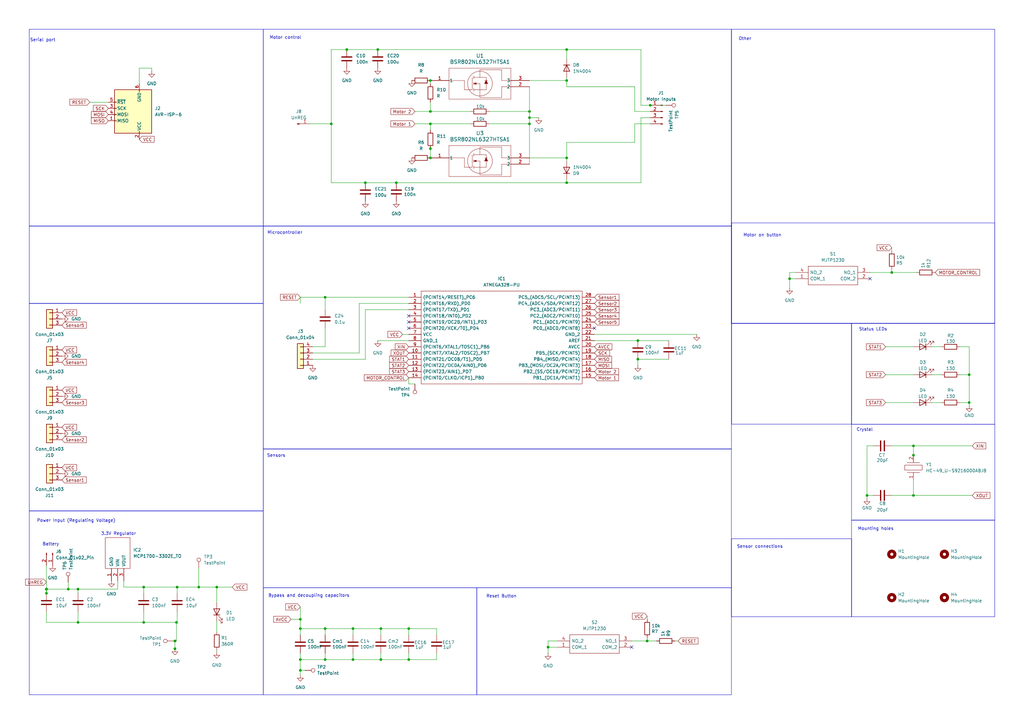
<source format=kicad_sch>
(kicad_sch (version 20231120) (generator "eeschema") (generator_version "8.0")
  (paper "A3")
  (title_block (title "Line Following Robot PCB"))
  (junction (at 88.9 240.792))
  (junction (at 133.35 121.92))
  (junction (at 123.19 274.955))
  (junction (at 232.41 33.02))
  (junction (at 167.64 270.51))
  (junction (at 135.89 50.8))
  (junction (at 374.65 182.88))
  (junction (at 154.94 20.32))
  (junction (at 123.19 257.81))
  (junction (at 71.755 266.065))
  (junction (at 123.19 270.51))
  (junction (at 232.41 74.93))
  (junction (at 72.644 240.792))
  (junction (at 149.86 74.93))
  (junction (at 162.56 74.93))
  (junction (at 81.534 240.792))
  (junction (at 167.64 257.81))
  (junction (at 261.62 139.7))
  (junction (at 19.05 241.6251))
  (junction (at 176.53 33.02))
  (junction (at 142.24 20.32))
  (junction (at 374.65 186.69))
  (junction (at 156.21 257.81))
  (junction (at 397.51 153.67))
  (junction (at 176.53 50.8))
  (junction (at 217.17 48.26))
  (junction (at 224.79 265.43))
  (junction (at 19.0542 241.6251))
  (junction (at 261.62 147.32))
  (junction (at 217.17 45.72))
  (junction (at 31.9908 241.6251))
  (junction (at 71.755 262.89))
  (junction (at 19.05 243.332))
  (junction (at 144.78 257.81))
  (junction (at 58.928 240.792))
  (junction (at 374.65 203.2))
  (junction (at 176.53 60.96))
  (junction (at 176.53 45.72))
  (junction (at 232.41 20.32))
  (junction (at 123.19 254))
  (junction (at 58.928 255.27))
  (junction (at 144.78 270.51))
  (junction (at 323.85 114.3))
  (junction (at 265.43 262.89))
  (junction (at 28.0139 241.6251))
  (junction (at 266.7 43.18))
  (junction (at 355.6 203.2))
  (junction (at 176.53 64.77))
  (junction (at 232.41 64.77))
  (junction (at 397.51 165.1))
  (junction (at 133.35 270.51))
  (junction (at 32.004 255.27))
  (junction (at 365.76 111.76))
  (junction (at 72.39 255.27))
  (junction (at 133.35 257.81))
  (junction (at 217.17 50.8))
  (junction (at 156.21 270.51))
  (no_connect (at 243.84 134.62))
  (no_connect (at 259.08 265.43))
  (no_connect (at 167.64 132.08))
  (no_connect (at 167.64 129.54))
  (no_connect (at 167.64 134.62))
  (no_connect (at 356.87 114.3))
  (wire (pts (xy 260.35 58.42) (xy 260.35 50.8)))
  (wire (pts (xy 123.19 257.81) (xy 123.19 260.35)))
  (wire (pts (xy 356.87 111.76) (xy 365.76 111.76)))
  (wire (pts (xy 232.41 58.42) (xy 232.41 64.77)))
  (wire (pts (xy 261.62 147.32) (xy 274.32 147.32)))
  (wire (pts (xy 374.65 196.85) (xy 374.65 203.2)))
  (wire (pts (xy 123.19 248.92) (xy 123.19 254)))
  (wire (pts (xy 167.64 267.97) (xy 167.64 270.51)))
  (wire (pts (xy 374.65 182.88) (xy 374.65 186.69)))
  (wire (pts (xy 72.39 255.27) (xy 72.644 255.27)))
  (wire (pts (xy 382.27 142.24) (xy 386.08 142.24)))
  (wire (pts (xy 50.8 240.792) (xy 58.928 240.792)))
  (wire (pts (xy 156.21 257.81) (xy 156.21 260.35)))
  (wire (pts (xy 397.51 166.37) (xy 397.51 165.1)))
  (wire (pts (xy 374.65 186.69) (xy 374.65 189.23)))
  (wire (pts (xy 123.19 254) (xy 123.19 257.81)))
  (wire (pts (xy 62.23 29.21) (xy 62.23 27.94)))
  (wire (pts (xy 200.66 50.8) (xy 217.17 50.8)))
  (wire (pts (xy 142.24 20.32) (xy 154.94 20.32)))
  (wire (pts (xy 156.21 267.97) (xy 156.21 270.51)))
  (wire (pts (xy 135.89 74.93) (xy 149.86 74.93)))
  (wire (pts (xy 262.89 48.26) (xy 262.89 74.93)))
  (wire (pts (xy 58.928 240.792) (xy 72.644 240.792)))
  (wire (pts (xy 147.32 124.46) (xy 167.64 124.46)))
  (wire (pts (xy 149.86 147.32) (xy 128.27 147.32)))
  (wire (pts (xy 363.22 165.1) (xy 374.65 165.1)))
  (wire (pts (xy 261.62 139.7) (xy 274.32 139.7)))
  (wire (pts (xy 50.8 240.792) (xy 50.8 238.252)))
  (wire (pts (xy 88.9 240.792) (xy 95.25 240.792)))
  (wire (pts (xy 135.89 20.32) (xy 142.24 20.32)))
  (wire (pts (xy 393.7 153.67) (xy 397.51 153.67)))
  (wire (pts (xy 135.89 74.93) (xy 135.89 50.8)))
  (wire (pts (xy 243.84 139.7) (xy 261.62 139.7)))
  (wire (pts (xy 355.6 182.88) (xy 358.14 182.88)))
  (wire (pts (xy 72.644 250.952) (xy 72.644 255.27)))
  (wire (pts (xy 355.6 182.88) (xy 355.6 203.2)))
  (wire (pts (xy 262.89 74.93) (xy 232.41 74.93)))
  (wire (pts (xy 147.32 144.78) (xy 147.32 124.46)))
  (wire (pts (xy 88.9 266.7) (xy 88.9 267.462)))
  (wire (pts (xy 374.65 203.2) (xy 398.78 203.2)))
  (wire (pts (xy 323.85 114.3) (xy 323.85 118.11)))
  (wire (pts (xy 393.7 165.1) (xy 397.51 165.1)))
  (wire (pts (xy 262.89 20.32) (xy 262.89 43.18)))
  (wire (pts (xy 217.17 35.56) (xy 217.17 45.72)))
  (wire (pts (xy 176.53 33.02) (xy 176.53 34.29)))
  (wire (pts (xy 397.51 142.24) (xy 393.7 142.24)))
  (wire (pts (xy 144.78 267.97) (xy 144.78 270.51)))
  (wire (pts (xy 170.18 50.8) (xy 176.53 50.8)))
  (wire (pts (xy 123.19 276.86) (xy 123.19 274.955)))
  (wire (pts (xy 365.76 111.76) (xy 375.92 111.76)))
  (wire (pts (xy 232.41 33.02) (xy 232.41 35.56)))
  (wire (pts (xy 123.19 257.81) (xy 133.35 257.81)))
  (wire (pts (xy 144.78 257.81) (xy 144.78 260.35)))
  (wire (pts (xy 355.6 203.2) (xy 355.6 204.47)))
  (wire (pts (xy 32.004 255.27) (xy 58.928 255.27)))
  (wire (pts (xy 260.35 35.56) (xy 260.35 45.72)))
  (wire (pts (xy 170.18 45.72) (xy 176.53 45.72)))
  (wire (pts (xy 133.35 121.92) (xy 133.35 127)))
  (wire (pts (xy 133.35 121.92) (xy 167.64 121.92)))
  (wire (pts (xy 72.39 255.27) (xy 72.39 262.89)))
  (wire (pts (xy 81.534 240.792) (xy 88.9 240.792)))
  (wire (pts (xy 261.62 147.32) (xy 261.62 149.86)))
  (wire (pts (xy 200.66 45.72) (xy 217.17 45.72)))
  (wire (pts (xy 397.51 142.24) (xy 397.51 153.67)))
  (wire (pts (xy 265.43 252.73) (xy 265.43 254)))
  (wire (pts (xy 220.98 48.26) (xy 217.17 48.26)))
  (wire (pts (xy 71.755 262.89) (xy 71.755 266.065)))
  (wire (pts (xy 72.644 243.332) (xy 72.644 240.792)))
  (wire (pts (xy 176.53 50.8) (xy 176.53 53.34)))
  (wire (pts (xy 265.43 262.89) (xy 269.24 262.89)))
  (wire (pts (xy 133.35 267.97) (xy 133.35 270.51)))
  (wire (pts (xy 167.64 270.51) (xy 179.07 270.51)))
  (wire (pts (xy 276.86 262.89) (xy 278.13 262.89)))
  (wire (pts (xy 58.928 243.332) (xy 58.928 240.792)))
  (wire (pts (xy 365.76 101.6) (xy 365.76 102.87)))
  (wire (pts (xy 144.78 257.81) (xy 133.35 257.81)))
  (wire (pts (xy 323.85 111.76) (xy 323.85 114.3)))
  (wire (pts (xy 363.22 142.24) (xy 374.65 142.24)))
  (wire (pts (xy 156.21 257.81) (xy 144.78 257.81)))
  (wire (pts (xy 58.928 255.27) (xy 72.39 255.27)))
  (wire (pts (xy 224.79 262.89) (xy 224.79 265.43)))
  (wire (pts (xy 19.05 243.332) (xy 19.0542 243.332)))
  (wire (pts (xy 232.41 35.56) (xy 260.35 35.56)))
  (wire (pts (xy 326.39 114.3) (xy 323.85 114.3)))
  (wire (pts (xy 72.644 240.792) (xy 81.534 240.792)))
  (wire (pts (xy 266.7 43.18) (xy 273.05 43.18)))
  (wire (pts (xy 19.05 250.952) (xy 19.05 255.27)))
  (wire (pts (xy 31.9908 241.6251) (xy 48.26 241.6251)))
  (wire (pts (xy 365.76 203.2) (xy 374.65 203.2)))
  (wire (pts (xy 123.19 274.955) (xy 125.095 274.955)))
  (wire (pts (xy 260.35 50.8) (xy 266.7 50.8)))
  (wire (pts (xy 123.19 121.92) (xy 133.35 121.92)))
  (wire (pts (xy 133.35 134.62) (xy 133.35 142.24)))
  (wire (pts (xy 123.19 270.51) (xy 123.19 274.955)))
  (wire (pts (xy 57.15 27.94) (xy 57.15 34.29)))
  (wire (pts (xy 28.0139 241.6251) (xy 28.0139 238.76)))
  (wire (pts (xy 154.94 20.32) (xy 232.41 20.32)))
  (wire (pts (xy 176.53 41.91) (xy 176.53 45.72)))
  (wire (pts (xy 176.53 50.8) (xy 193.04 50.8)))
  (wire (pts (xy 382.27 153.67) (xy 386.08 153.67)))
  (wire (pts (xy 217.17 33.02) (xy 232.41 33.02)))
  (wire (pts (xy 232.41 20.32) (xy 262.89 20.32)))
  (wire (pts (xy 260.35 45.72) (xy 266.7 45.72)))
  (wire (pts (xy 179.07 257.81) (xy 167.64 257.81)))
  (wire (pts (xy 232.41 20.32) (xy 232.41 24.13)))
  (wire (pts (xy 365.76 182.88) (xy 374.65 182.88)))
  (wire (pts (xy 167.64 154.94) (xy 167.64 157.48)))
  (wire (pts (xy 154.94 139.7) (xy 167.64 139.7)))
  (wire (pts (xy 363.22 153.67) (xy 374.65 153.67)))
  (wire (pts (xy 176.53 59.69) (xy 176.53 60.96)))
  (wire (pts (xy 133.35 270.51) (xy 144.78 270.51)))
  (wire (pts (xy 71.755 262.89) (xy 72.39 262.89)))
  (wire (pts (xy 162.56 74.93) (xy 232.41 74.93)))
  (wire (pts (xy 176.53 45.72) (xy 193.04 45.72)))
  (wire (pts (xy 167.64 257.81) (xy 167.64 260.35)))
  (wire (pts (xy 165.1 137.16) (xy 167.64 137.16)))
  (wire (pts (xy 243.84 137.16) (xy 285.75 137.16)))
  (wire (pts (xy 232.41 58.42) (xy 260.35 58.42)))
  (wire (pts (xy 217.17 45.72) (xy 217.17 48.26)))
  (wire (pts (xy 149.86 127) (xy 149.86 147.32)))
  (wire (pts (xy 88.9 254.762) (xy 88.9 259.08)))
  (wire (pts (xy 355.6 203.2) (xy 358.14 203.2)))
  (wire (pts (xy 232.41 73.66) (xy 232.41 74.93)))
  (wire (pts (xy 228.6 265.43) (xy 224.79 265.43)))
  (wire (pts (xy 259.08 262.89) (xy 265.43 262.89)))
  (wire (pts (xy 217.17 50.8) (xy 217.17 67.31)))
  (wire (pts (xy 19.05 231.902) (xy 19.05 241.6251)))
  (wire (pts (xy 62.23 27.94) (xy 57.15 27.94)))
  (wire (pts (xy 88.9 247.142) (xy 88.9 240.792)))
  (wire (pts (xy 397.51 153.67) (xy 397.51 165.1)))
  (wire (pts (xy 179.07 267.97) (xy 179.07 270.51)))
  (wire (pts (xy 19.05 241.6251) (xy 19.05 243.332)))
  (wire (pts (xy 149.86 74.93) (xy 162.56 74.93)))
  (wire (pts (xy 32.004 250.952) (xy 32.004 255.27)))
  (wire (pts (xy 232.41 64.77) (xy 232.41 66.04)))
  (wire (pts (xy 232.41 31.75) (xy 232.41 33.02)))
  (wire (pts (xy 81.534 232.918) (xy 81.534 240.792)))
  (wire (pts (xy 127 50.8) (xy 135.89 50.8)))
  (wire (pts (xy 133.35 142.24) (xy 128.27 142.24)))
  (wire (pts (xy 31.9908 243.332) (xy 32.004 243.332)))
  (wire (pts (xy 48.26 241.6251) (xy 48.26 238.252)))
  (wire (pts (xy 135.89 50.8) (xy 135.89 20.32)))
  (wire (pts (xy 71.12 262.89) (xy 71.755 262.89)))
  (wire (pts (xy 224.79 265.43) (xy 224.79 267.97)))
  (wire (pts (xy 123.19 270.51) (xy 133.35 270.51)))
  (wire (pts (xy 19.05 255.27) (xy 32.004 255.27)))
  (wire (pts (xy 176.53 64.77) (xy 176.53 60.96)))
  (wire (pts (xy 179.07 257.81) (xy 179.07 260.35)))
  (wire (pts (xy 119.38 254) (xy 123.19 254)))
  (wire (pts (xy 228.6 262.89) (xy 224.79 262.89)))
  (wire (pts (xy 19.0542 243.332) (xy 19.0542 241.6251)))
  (wire (pts (xy 265.43 261.62) (xy 265.43 262.89)))
  (wire (pts (xy 36.83 41.91) (xy 44.45 41.91)))
  (wire (pts (xy 31.9908 243.332) (xy 31.9908 241.6251)))
  (wire (pts (xy 58.928 250.952) (xy 58.928 255.27)))
  (wire (pts (xy 19.0542 241.6251) (xy 28.0139 241.6251)))
  (wire (pts (xy 167.64 157.48) (xy 170.18 157.48)))
  (wire (pts (xy 262.89 43.18) (xy 266.7 43.18)))
  (wire (pts (xy 123.19 124.46) (xy 123.19 121.92)))
  (wire (pts (xy 28.0139 238.76) (xy 27.94 238.76)))
  (wire (pts (xy 326.39 111.76) (xy 323.85 111.76)))
  (wire (pts (xy 28.0139 241.6251) (xy 31.9908 241.6251)))
  (wire (pts (xy 156.21 270.51) (xy 167.64 270.51)))
  (wire (pts (xy 71.755 266.7) (xy 71.755 266.065)))
  (wire (pts (xy 266.7 48.26) (xy 262.89 48.26)))
  (wire (pts (xy 217.17 48.26) (xy 217.17 50.8)))
  (wire (pts (xy 133.35 257.81) (xy 133.35 260.35)))
  (wire (pts (xy 144.78 270.51) (xy 156.21 270.51)))
  (wire (pts (xy 217.17 64.77) (xy 232.41 64.77)))
  (wire (pts (xy 374.65 182.88) (xy 398.78 182.88)))
  (wire (pts (xy 167.64 257.81) (xy 156.21 257.81)))
  (wire (pts (xy 167.64 127) (xy 149.86 127)))
  (wire (pts (xy 19.05 241.6251) (xy 19.0542 241.6251)))
  (wire (pts (xy 123.19 267.97) (xy 123.19 270.51)))
  (wire (pts (xy 365.76 110.49) (xy 365.76 111.76)))
  (wire (pts (xy 382.27 165.1) (xy 386.08 165.1)))
  (wire (pts (xy 128.27 144.78) (xy 147.32 144.78)))
  (rectangle (start 300.0019 12.0105) (end 407.9801 132.6374))
  (rectangle (start 195.58 241.0736) (end 300.0001 284.9954))
  (rectangle (start 12.0103 209.55) (end 107.95 284.97))
  (rectangle (start 300.0484 132.6453) (end 349.2517 173.9476))
  (rectangle (start 107.95 92.71) (end 300.0037 184.15))
  (rectangle (start 300.0326 91.44) (end 407.9798 132.6187))
  (rectangle (start 349.25 132.6351) (end 407.9809 173.99))
  (rectangle (start 12.0115 92.71) (end 107.9594 124.46))
  (rectangle (start 299.9935 220.9967) (end 349.2779 252.97))
  (rectangle (start 349.25 213.36) (end 407.964 252.9587))
  (rectangle (start 107.95 12.0116) (end 300.0037 92.71))
  (rectangle (start 107.9583 184.15) (end 299.9966 241.082))
  (rectangle (start 107.95 241.0772) (end 195.58 284.9892))
  (rectangle (start 349.25 173.99) (end 408.0426 213.3025))
  (rectangle (start 12.0052 124.46) (end 107.95 209.55))
  (rectangle (start 12.0084 11.999) (end 107.9468 92.71))
  (text "Microcontroller" (at 116.84 95.504 0) (effects (font (size 1.27 1.27))))
  (text "Power Input (Regulating Voltage)\n" (at 31.242 213.614 0) (effects (font (size 1.27 1.27))))
  (text "Motor control" (at 117.094 15.494 0) (effects (font (size 1.27 1.27))))
  (text "Crystal" (at 351.282 177.038 0) (effects (font (size 1.27 1.27)) (justify left bottom)))
  (text "Reset Button" (at 199.39 245.364 0) (effects (font (size 1.27 1.27)) (justify left bottom)))
  (text "Other" (at 305.562 16.002 0) (effects (font (size 1.27 1.27))))
  (text "Battery" (at 20.828 223.266 0) (effects (font (size 1.27 1.27))))
  (text "3.3V Regulator" (at 41.402 219.71 0) (effects (font (size 1.27 1.27)) (justify left bottom)))
  (text "Sensor connections\n" (at 311.658 224.282 0) (effects (font (size 1.27 1.27))))
  (text "Mounting holes" (at 351.79 217.678 0) (effects (font (size 1.27 1.27)) (justify left bottom)))
  (text "Sensors" (at 113.284 186.944 0) (effects (font (size 1.27 1.27))))
  (text "Motor on button\n" (at 304.8 97.282 0) (effects (font (size 1.27 1.27)) (justify left bottom)))
  (text "Bypass and decoupling capacitors" (at 109.982 245.11 0) (effects (font (size 1.27 1.27)) (justify left bottom)))
  (text "Status LEDs" (at 352.298 135.89 0) (effects (font (size 1.27 1.27)) (justify left bottom)))
  (text "Serial port\n" (at 17.526 16.51 0) (effects (font (size 1.27 1.27))))
  (global_label "STAT2" (shape input) (at 167.64 149.86 180) (property "Intersheetrefs" "${INTERSHEET_REFS}" (effects (hide yes))))
  (global_label "Sensor1" (shape input) (at 25.4 196.85 0) (property "Intersheetrefs" "${INTERSHEET_REFS}" (effects (hide yes))))
  (global_label "VCC" (shape input) (at 57.15 57.15 0) (property "Intersheetrefs" "${INTERSHEET_REFS}" (effects (hide yes))))
  (global_label "SCK" (shape input) (at 243.84 144.78 0) (property "Intersheetrefs" "${INTERSHEET_REFS}" (effects (hide yes))))
  (global_label "Motor 2" (shape input) (at 243.84 152.4 0) (property "Intersheetrefs" "${INTERSHEET_REFS}" (effects (hide yes))))
  (global_label "Sensor4" (shape input) (at 243.84 129.54 0) (property "Intersheetrefs" "${INTERSHEET_REFS}" (effects (hide yes))))
  (global_label "STAT1" (shape input) (at 167.64 147.32 180) (property "Intersheetrefs" "${INTERSHEET_REFS}" (effects (hide yes))))
  (global_label "XOUT" (shape input) (at 167.64 144.78 180) (property "Intersheetrefs" "${INTERSHEET_REFS}" (effects (hide yes))))
  (global_label "Sensor5" (shape input) (at 243.84 132.08 0) (property "Intersheetrefs" "${INTERSHEET_REFS}" (effects (hide yes))))
  (global_label "XIN" (shape input) (at 398.78 182.88 0) (property "Intersheetrefs" "${INTERSHEET_REFS}" (effects (hide yes))))
  (global_label "XOUT" (shape input) (at 398.78 203.2 0) (property "Intersheetrefs" "${INTERSHEET_REFS}" (effects (hide yes))))
  (global_label "Sensor5" (shape input) (at 25.4 133.35 0) (property "Intersheetrefs" "${INTERSHEET_REFS}" (effects (hide yes))))
  (global_label "Motor 1" (shape input) (at 170.18 50.8 180) (property "Intersheetrefs" "${INTERSHEET_REFS}" (effects (hide yes))))
  (global_label "VCC" (shape input) (at 25.4 128.27 0) (property "Intersheetrefs" "${INTERSHEET_REFS}" (effects (hide yes))))
  (global_label "Sensor3" (shape input) (at 243.84 127 0) (property "Intersheetrefs" "${INTERSHEET_REFS}" (effects (hide yes))))
  (global_label "MOTOR_CONTROL" (shape input) (at 167.64 154.94 180) (property "Intersheetrefs" "${INTERSHEET_REFS}" (effects (hide yes))))
  (global_label "VCC" (shape input) (at 25.4 160.02 0) (property "Intersheetrefs" "${INTERSHEET_REFS}" (effects (hide yes))))
  (global_label "VCC" (shape input) (at 165.1 137.16 180) (property "Intersheetrefs" "${INTERSHEET_REFS}" (effects (hide yes))))
  (global_label "STAT3" (shape input) (at 167.64 152.4 180) (property "Intersheetrefs" "${INTERSHEET_REFS}" (effects (hide yes))))
  (global_label "Sensor3" (shape input) (at 25.4 165.1 0) (property "Intersheetrefs" "${INTERSHEET_REFS}" (effects (hide yes))))
  (global_label "MOTOR_CONTROL" (shape input) (at 383.54 111.76 0) (property "Intersheetrefs" "${INTERSHEET_REFS}" (effects (hide yes))))
  (global_label "VCC" (shape input) (at 25.4 175.26 0) (property "Intersheetrefs" "${INTERSHEET_REFS}" (effects (hide yes))))
  (global_label "Motor 2" (shape input) (at 170.18 45.72 180) (property "Intersheetrefs" "${INTERSHEET_REFS}" (effects (hide yes))))
  (global_label "VCC" (shape input) (at 25.4 143.51 0) (property "Intersheetrefs" "${INTERSHEET_REFS}" (effects (hide yes))))
  (global_label "RESET" (shape input) (at 36.83 41.91 180) (property "Intersheetrefs" "${INTERSHEET_REFS}" (effects (hide yes))))
  (global_label "AVCC" (shape input) (at 119.38 254 180) (property "Intersheetrefs" "${INTERSHEET_REFS}" (effects (hide yes))))
  (global_label "Sensor2" (shape input) (at 25.4 180.34 0) (property "Intersheetrefs" "${INTERSHEET_REFS}" (effects (hide yes))))
  (global_label "MOSI" (shape input) (at 243.84 149.86 0) (property "Intersheetrefs" "${INTERSHEET_REFS}" (effects (hide yes))))
  (global_label "VCC" (shape input) (at 95.25 240.792 0) (property "Intersheetrefs" "${INTERSHEET_REFS}" (effects (hide yes))))
  (global_label "XIN" (shape input) (at 167.64 142.24 180) (property "Intersheetrefs" "${INTERSHEET_REFS}" (effects (hide yes))))
  (global_label "Sensor1" (shape input) (at 243.84 121.92 0) (property "Intersheetrefs" "${INTERSHEET_REFS}" (effects (hide yes))))
  (global_label "RESET" (shape input) (at 278.13 262.89 0) (property "Intersheetrefs" "${INTERSHEET_REFS}" (effects (hide yes))))
  (global_label "STAT3" (shape input) (at 363.22 165.1 180) (property "Intersheetrefs" "${INTERSHEET_REFS}" (effects (hide yes))))
  (global_label "Sensor4" (shape input) (at 25.4 148.59 0) (property "Intersheetrefs" "${INTERSHEET_REFS}" (effects (hide yes))))
  (global_label "STAT2" (shape input) (at 363.22 153.67 180) (property "Intersheetrefs" "${INTERSHEET_REFS}" (effects (hide yes))))
  (global_label "STAT1" (shape input) (at 363.22 142.24 180) (property "Intersheetrefs" "${INTERSHEET_REFS}" (effects (hide yes))))
  (global_label "VCC" (shape input) (at 25.4 191.77 0) (property "Intersheetrefs" "${INTERSHEET_REFS}" (effects (hide yes))))
  (global_label "VCC" (shape input) (at 123.19 248.92 180) (property "Intersheetrefs" "${INTERSHEET_REFS}" (effects (hide yes))))
  (global_label "VCC" (shape input) (at 365.76 101.6 180) (property "Intersheetrefs" "${INTERSHEET_REFS}" (effects (hide yes))))
  (global_label "Sensor2" (shape input) (at 243.84 124.46 0) (property "Intersheetrefs" "${INTERSHEET_REFS}" (effects (hide yes))))
  (global_label "VCC" (shape input) (at 265.43 252.73 180) (property "Intersheetrefs" "${INTERSHEET_REFS}" (effects (hide yes))))
  (global_label "UnREG" (shape input) (at 19.05 238.76 180) (property "Intersheetrefs" "${INTERSHEET_REFS}" (effects (hide yes))))
  (global_label "MOSI" (shape input) (at 44.45 46.99 180) (property "Intersheetrefs" "${INTERSHEET_REFS}" (effects (hide yes))))
  (global_label "Motor 1" (shape input) (at 243.84 154.94 0) (property "Intersheetrefs" "${INTERSHEET_REFS}" (effects (hide yes))))
  (global_label "RESET" (shape input) (at 123.19 121.92 180) (property "Intersheetrefs" "${INTERSHEET_REFS}" (effects (hide yes))))
  (global_label "MISO" (shape input) (at 243.84 147.32 0) (property "Intersheetrefs" "${INTERSHEET_REFS}" (effects (hide yes))))
  (global_label "MISO" (shape input) (at 44.45 49.53 180) (property "Intersheetrefs" "${INTERSHEET_REFS}" (effects (hide yes))))
  (global_label "SCK" (shape input) (at 44.45 44.45 180) (property "Intersheetrefs" "${INTERSHEET_REFS}" (effects (hide yes))))
  (global_label "AVCC" (shape input) (at 243.84 142.24 0) (property "Intersheetrefs" "${INTERSHEET_REFS}" (effects (hide yes))))
  (symbol (lib_id "Mechanical:MountingHole") (at 365.76 227.33 0) (unit 1)
    (property "Reference" "H1" (at 368.3 226.0599 0) (effects (justify left)))
    (property "Value" "MountingHole" (at 368.3 228.5999 0) (effects (justify left)))
    (property "Footprint" "MountingHole:MountingHole_3.2mm_M3" (effects (hide yes)))
    (property "Description" "Mounting Hole without connection" (effects (hide yes)))
  )
  (symbol (lib_id "SamacSys_Parts:HC-49_U-S9216000ABJB") (at 374.65 196.85 90) (unit 1)
    (property "Reference" "Y1" (at 379.73 190.4999 90) (effects (justify right)))
    (property "Value" "HC-49_U-S9216000ABJB" (at 379.73 193.0399 90) (effects (justify right)))
    (property "Footprint" "LFR_Footprints.prett:HC49US9216000ABJB" (effects (hide yes)))
    (property "Datasheet" "http://cfd.citizen.co.jp/english/prod-tech/product/pdf/datasheet_AT/HC-49_U-S_E.pdf" (effects (hide yes)))
    (property "Description" "9.216 MHz +/-30ppm Crystal 18pF 100 Ohms HC-49/US" (effects (hide yes)))
    (property "Height" "3.5" (effects (hide yes)))
    (property "Mouser Part Number" "695-HC49US-921-U" (effects (hide yes)))
    (property "Mouser Price/Stock" "https://www.mouser.co.uk/ProductDetail/Citizen-FineDevice/HC-49-U-S9216000ABJB?qs=byeeYqUIh0MRA6zZl4LjWA%3D%3D" (effects (hide yes)))
    (property "Manufacturer_Name" "CITIZEN FINEDEVICE" (effects (hide yes)))
    (property "Manufacturer_Part_Number" "HC-49/U-S9216000ABJB" (effects (hide yes)))
  )
  (symbol (lib_id "power:GND") (at 25.4 162.56 90) (unit 1)
    (property "Reference" "#PWR016" (effects (hide yes)))
    (property "Value" "GND" (at 29.21 162.5599 90) (effects (justify right)))
    (property "Description" "Power symbol creates a global label with name \"GND\" , ground" (effects (hide yes)))
  )
  (symbol (lib_id "power:GND") (at 149.86 82.55 0) (mirror y) (unit 1)
    (property "Reference" "#PWR019" (effects (hide yes)))
    (property "Value" "GND" (at 149.86 87.63 0))
    (property "Description" "Power symbol creates a global label with name \"GND\" , ground" (effects (hide yes)))
  )
  (symbol (lib_id "Device:C") (at 32.004 247.142 0) (unit 1)
    (property "Reference" "C2" (at 35.56 245.8719 0) (effects (justify left)))
    (property "Value" "100nF" (at 35.56 248.4119 0) (effects (justify left)))
    (property "Footprint" "Capacitor_THT:C_Disc_D3.8mm_W2.6mm_P2.50mm" (effects (hide yes)))
    (property "Datasheet" "https://media.digikey.com/pdf/Data%20Sheets/Samsung%20PDFs/CL21B104KBCNNN_Spec.pdf" (effects (hide yes)))
    (property "MPN" "CL21B104KBCNNNC" (effects (hide yes)))
  )
  (symbol (lib_id "Device:C") (at 72.644 247.142 0) (unit 1)
    (property "Reference" "EC4" (at 76.2 245.8719 0) (effects (justify left)))
    (property "Value" "10uF" (at 76.2 248.4119 0) (effects (justify left)))
    (property "Footprint" "Capacitor_THT:CP_Radial_D8.0mm_P3.50mm" (effects (hide yes)))
    (property "Datasheet" "https://media.digikey.com/pdf/Data%20Sheets/Samsung%20PDFs/CL21A106KOQNNNE_Spec.pdf" (effects (hide yes)))
    (property "MPN" "CL21A106KOQNNNE" (effects (hide yes)))
  )
  (symbol (lib_id "Device:R") (at 265.43 257.81 0) (mirror x) (unit 1)
    (property "Reference" "R7" (at 267.208 258.9784 0) (effects (justify left)))
    (property "Value" "10k" (at 267.208 256.667 0) (effects (justify left)))
    (property "Footprint" "LFR_Footprints.prett:Throughhole Resistor" (effects (hide yes)))
    (property "Datasheet" "https://www.seielect.com/Catalog/SEI-RMCF_RMCP.pdf" (effects (hide yes)))
    (property "MPN" "RMCF0603FT10K0" (effects (hide yes)))
  )
  (symbol (lib_id "Device:C") (at 167.64 264.16 180) (unit 1)
    (property "Reference" "EC16" (at 172.466 263.525 0))
    (property "Value" "1uF" (at 172.085 265.43 0))
    (property "Footprint" "Capacitor_THT:CP_Radial_D8.0mm_P3.50mm" (effects (hide yes)))
    (property "Datasheet" "https://media.digikey.com/pdf/Data%20Sheets/Samsung%20PDFs/CL10B105KA8NNNC_spec.pdf" (effects (hide yes)))
    (property "MPN" "CL10B105KA8NNNC" (effects (hide yes)))
  )
  (symbol (lib_id "Device:R") (at 389.89 165.1 90) (unit 1)
    (property "Reference" "R4" (at 389.89 160.02 90))
    (property "Value" "130" (at 389.89 162.56 90))
    (property "Footprint" "LFR_Footprints.prett:Throughhole Resistor" (effects (hide yes)))
    (property "Datasheet" "https://www.yageo.com/upload/media/product/productsearch/datasheet/rchip/PYu-RC_Group_51_RoHS_L_12.pdf" (effects (hide yes)))
    (property "MPN" "RC0603FR-07130RL" (effects (hide yes)))
  )
  (symbol (lib_id "Device:C") (at 149.86 78.74 0) (mirror y) (unit 1)
    (property "Reference" "EC21" (at 153.67 77.4699 0) (effects (justify right)))
    (property "Value" "100u" (at 153.67 80.0099 0) (effects (justify right)))
    (property "Footprint" "Capacitor_THT:CP_Radial_D8.0mm_P3.50mm" (effects (hide yes)))
    (property "Description" "Unpolarized capacitor" (effects (hide yes)))
  )
  (symbol (lib_id "Device:R") (at 389.89 153.67 90) (unit 1)
    (property "Reference" "R3" (at 389.89 148.59 90))
    (property "Value" "130" (at 389.89 151.13 90))
    (property "Footprint" "LFR_Footprints.prett:Throughhole Resistor" (effects (hide yes)))
    (property "Datasheet" "https://www.yageo.com/upload/media/product/productsearch/datasheet/rchip/PYu-RC_Group_51_RoHS_L_12.pdf" (effects (hide yes)))
    (property "MPN" "RC0603FR-07130RL" (effects (hide yes)))
  )
  (symbol (lib_id "power:GND") (at 168.91 64.77 0) (unit 1)
    (property "Reference" "#PWR025" (effects (hide yes)))
    (property "Value" "GND" (at 168.91 69.85 0))
    (property "Description" "Power symbol creates a global label with name \"GND\" , ground" (effects (hide yes)))
  )
  (symbol (lib_name "GND_3") (lib_id "power:GND") (at 21.59 231.902 0) (unit 1)
    (property "Reference" "#PWR09" (effects (hide yes)))
    (property "Value" "GND" (at 21.59 236.982 0))
    (property "Description" "Power symbol creates a global label with name \"GND\" , ground" (effects (hide yes)))
  )
  (symbol (lib_id "Connector:Conn_01x02_Pin") (at 21.59 226.822 270) (unit 1)
    (property "Reference" "J6" (at 22.86 226.1869 90) (effects (justify left)))
    (property "Value" "Conn_01x02_Pin" (at 22.86 228.7269 90) (effects (justify left)))
    (property "Footprint" "Connector_PinSocket_2.54mm:PinSocket_1x02_P2.54mm_Vertical" (effects (hide yes)))
    (property "Description" "Generic connector, single row, 01x02, script generated" (effects (hide yes)))
  )
  (symbol (lib_id "Connector_Generic:Conn_01x03") (at 20.32 194.31 0) (mirror y) (unit 1)
    (property "Reference" "J11" (at 20.32 203.2 0))
    (property "Value" "Conn_01x03" (at 20.32 200.66 0))
    (property "Footprint" "Connector_PinSocket_2.54mm:PinSocket_1x03_P2.54mm_Vertical" (effects (hide yes)))
    (property "Description" "Generic connector, single row, 01x03, script generated (kicad-library-utils/schlib/autogen/connector/)" (effects (hide yes)))
  )
  (symbol (lib_name "GND_5") (lib_id "power:GND") (at 154.94 139.7 0) (unit 1)
    (property "Reference" "#PWR012" (effects (hide yes)))
    (property "Value" "GND" (at 154.94 144.78 0))
    (property "Description" "Power symbol creates a global label with name \"GND\" , ground" (effects (hide yes)))
  )
  (symbol (lib_id "Device:C") (at 58.928 247.142 0) (unit 1)
    (property "Reference" "C3" (at 62.23 245.8719 0) (effects (justify left)))
    (property "Value" "100nF" (at 62.23 248.4119 0) (effects (justify left)))
    (property "Footprint" "Capacitor_THT:C_Disc_D3.8mm_W2.6mm_P2.50mm" (effects (hide yes)))
    (property "Datasheet" "https://media.digikey.com/pdf/Data%20Sheets/Samsung%20PDFs/CL21B104KBCNNN_Spec.pdf" (effects (hide yes)))
    (property "MPN" "CL21B104KBCNNNC" (effects (hide yes)))
  )
  (symbol (lib_id "Device:C") (at 361.95 182.88 270) (unit 1)
    (property "Reference" "C7" (at 361.696 186.69 90))
    (property "Value" "20pF" (at 361.9754 188.7728 90))
    (property "Footprint" "Capacitor_THT:C_Disc_D3.8mm_W2.6mm_P2.50mm" (effects (hide yes)))
    (property "Datasheet" "http://www.passivecomponent.com/wp-content/uploads/datasheet/WTC_MLCC_General_Purpose.pdf" (effects (hide yes)))
    (property "MPN" "0603N270J500CT" (effects (hide yes)))
  )
  (symbol (lib_id "MOSFET BSR:BSR802NL6327HTSA1") (at 176.53 64.77 0) (unit 1)
    (property "Reference" "U3" (at 196.85 54.61 0) (effects (font (size 1.524 1.524))))
    (property "Value" "BSR802NL6327HTSA1" (at 196.85 57.15 0) (effects (font (size 1.524 1.524))))
    (property "Footprint" "LFR_Footprints.prett:Surface Mount MOSFET" (effects (hide yes)))
    (property "Datasheet" "BSR802NL6327HTSA1" (effects (hide yes)))
  )
  (symbol (lib_id "Connector:TestPoint") (at 81.534 232.918 0) (unit 1)
    (property "Reference" "TP3" (at 83.566 228.3459 0) (effects (justify left)))
    (property "Value" "TestPoint" (at 83.566 230.8859 0) (effects (justify left)))
    (property "Footprint" "TestPoint:TestPoint_Pad_1.0x1.0mm" (effects (hide yes)))
    (property "Datasheet" "https://cdn.harwin.com/pdfs/Harwin_PC_PCB_Hardware.pdf" (effects (hide yes)))
    (property "MPN" "S1751-46R" (effects (hide yes)))
  )
  (symbol (lib_id "power:GND") (at 25.4 146.05 90) (unit 1)
    (property "Reference" "#PWR015" (effects (hide yes)))
    (property "Value" "GND" (at 29.21 146.0499 90) (effects (justify right)))
    (property "Description" "Power symbol creates a global label with name \"GND\" , ground" (effects (hide yes)))
  )
  (symbol (lib_name "GND_4") (lib_id "power:GND") (at 285.75 137.16 0) (unit 1)
    (property "Reference" "#PWR011" (effects (hide yes)))
    (property "Value" "GND" (at 285.75 142.24 0))
    (property "Description" "Power symbol creates a global label with name \"GND\" , ground" (effects (hide yes)))
  )
  (symbol (lib_id "Device:R") (at 196.85 50.8 270) (unit 1)
    (property "Reference" "R22" (effects (hide yes)))
    (property "Value" "10k" (at 197.104 48.768 90))
    (property "Footprint" "LFR_Footprints.prett:Throughhole Resistor" (effects (hide yes)))
    (property "Description" "Resistor" (effects (hide yes)))
  )
  (symbol (lib_id "Device:R") (at 196.85 45.72 270) (unit 1)
    (property "Reference" "R21" (effects (hide yes)))
    (property "Value" "10k" (at 197.104 43.688 90))
    (property "Footprint" "LFR_Footprints.prett:Throughhole Resistor" (effects (hide yes)))
    (property "Description" "Resistor" (effects (hide yes)))
  )
  (symbol (lib_id "power:GND") (at 162.56 82.55 0) (mirror y) (unit 1)
    (property "Reference" "#PWR017" (effects (hide yes)))
    (property "Value" "GND" (at 162.56 87.63 0))
    (property "Description" "Power symbol creates a global label with name \"GND\" , ground" (effects (hide yes)))
  )
  (symbol (lib_id "power:GND") (at 25.4 130.81 90) (unit 1)
    (property "Reference" "#PWR07" (effects (hide yes)))
    (property "Value" "GND" (at 29.21 130.8099 90) (effects (justify right)))
    (property "Description" "Power symbol creates a global label with name \"GND\" , ground" (effects (hide yes)))
  )
  (symbol (lib_id "Connector_Generic:Conn_01x03") (at 20.32 162.56 0) (mirror y) (unit 1)
    (property "Reference" "J9" (at 20.32 171.45 0))
    (property "Value" "Conn_01x03" (at 20.32 168.91 0))
    (property "Footprint" "Connector_PinSocket_2.54mm:PinSocket_1x03_P2.54mm_Vertical" (effects (hide yes)))
    (property "Description" "Generic connector, single row, 01x03, script generated (kicad-library-utils/schlib/autogen/connector/)" (effects (hide yes)))
  )
  (symbol (lib_id "Mechanical:MountingHole") (at 365.76 245.11 0) (unit 1)
    (property "Reference" "H2" (at 368.3 243.8399 0) (effects (justify left)))
    (property "Value" "MountingHole" (at 368.3 246.3799 0) (effects (justify left)))
    (property "Footprint" "MountingHole:MountingHole_3.2mm_M3" (effects (hide yes)))
    (property "Description" "Mounting Hole without connection" (effects (hide yes)))
  )
  (symbol (lib_id "Device:C") (at 261.62 143.51 0) (unit 1)
    (property "Reference" "C9" (at 264.541 142.3416 0) (effects (justify left)))
    (property "Value" "100nF" (at 264.541 144.653 0) (effects (justify left)))
    (property "Footprint" "Capacitor_THT:C_Disc_D3.8mm_W2.6mm_P2.50mm" (effects (hide yes)))
    (property "Datasheet" "https://media.digikey.com/pdf/Data%20Sheets/Samsung%20PDFs/CL10B104KB8NNWC_Spec.pdf" (effects (hide yes)))
    (property "MPN" "CL10B104KB8NNWC" (effects (hide yes)))
  )
  (symbol (lib_name "GND_2") (lib_id "power:GND") (at 62.23 29.21 0) (unit 1)
    (property "Reference" "#PWR021" (effects (hide yes)))
    (property "Value" "GND" (at 62.23 34.29 0))
    (property "Description" "Power symbol creates a global label with name \"GND\" , ground" (effects (hide yes)))
  )
  (symbol (lib_id "Device:R") (at 176.53 57.15 0) (unit 1)
    (property "Reference" "R11" (at 179.07 55.8799 0) (effects (justify left)))
    (property "Value" "R" (at 179.07 58.4199 0) (effects (justify left)))
    (property "Footprint" "LFR_Footprints.prett:Throughhole Resistor" (effects (hide yes)))
    (property "Description" "Resistor" (effects (hide yes)))
  )
  (symbol (lib_id "Connector:Conn_01x04_Pin") (at 271.78 45.72 0) (mirror y) (unit 1)
    (property "Reference" "J1" (at 271.145 38.1 0))
    (property "Value" "Motor Inputs" (at 271.145 40.64 0))
    (property "Footprint" "Connector_PinSocket_2.54mm:PinSocket_1x04_P2.54mm_Vertical" (effects (hide yes)))
    (property "Description" "Generic connector, single row, 01x04, script generated" (effects (hide yes)))
  )
  (symbol (lib_id "power:GND") (at 88.9 267.462 0) (mirror y) (unit 1)
    (property "Reference" "#PWR04" (effects (hide yes)))
    (property "Value" "GND" (at 88.9 272.796 0))
  )
  (symbol (lib_id "power:GND") (at 25.4 177.8 90) (unit 1)
    (property "Reference" "#PWR022" (effects (hide yes)))
    (property "Value" "GND" (at 29.21 177.7999 90) (effects (justify right)))
    (property "Description" "Power symbol creates a global label with name \"GND\" , ground" (effects (hide yes)))
  )
  (symbol (lib_id "power:GND") (at 397.51 166.37 0) (unit 1)
    (property "Reference" "#PWR06" (effects (hide yes)))
    (property "Value" "GND" (at 397.51 170.3832 0))
  )
  (symbol (lib_id "power:GND") (at 355.6 204.47 0) (unit 1)
    (property "Reference" "#PWR01" (effects (hide yes)))
    (property "Value" "GND" (at 355.6 208.28 0))
  )
  (symbol (lib_id "Connector_Generic:Conn_01x03") (at 20.32 177.8 0) (mirror y) (unit 1)
    (property "Reference" "J10" (at 20.32 186.69 0))
    (property "Value" "Conn_01x03" (at 20.32 184.15 0))
    (property "Footprint" "Connector_PinSocket_2.54mm:PinSocket_1x03_P2.54mm_Vertical" (effects (hide yes)))
    (property "Description" "Generic connector, single row, 01x03, script generated (kicad-library-utils/schlib/autogen/connector/)" (effects (hide yes)))
  )
  (symbol (lib_id "Device:R") (at 365.76 106.68 0) (mirror x) (unit 1)
    (property "Reference" "R5" (at 367.538 107.8484 0) (effects (justify left)))
    (property "Value" "10k" (at 367.538 105.537 0) (effects (justify left)))
    (property "Footprint" "LFR_Footprints.prett:Throughhole Resistor" (effects (hide yes)))
    (property "Datasheet" "https://www.seielect.com/Catalog/SEI-RMCF_RMCP.pdf" (effects (hide yes)))
    (property "MPN" "RMCF0603FT10K0" (effects (hide yes)))
  )
  (symbol (lib_id "power:GND") (at 45.72 238.252 0) (unit 1)
    (property "Reference" "#PWR014" (effects (hide yes)))
    (property "Value" "GND" (at 45.72 243.586 0))
  )
  (symbol (lib_id "Diode:1N4004") (at 232.41 27.94 270) (unit 1)
    (property "Reference" "D8" (at 234.95 26.6699 90) (effects (justify left)))
    (property "Value" "1N4004" (at 234.95 29.2099 90) (effects (justify left)))
    (property "Footprint" "LFR_Footprints.prett:Diode" (effects (hide yes)))
    (property "Datasheet" "http://www.vishay.com/docs/88503/1n4001.pdf" (effects (hide yes)))
    (property "Description" "400V 1A General Purpose Rectifier Diode, DO-41" (effects (hide yes)))
    (property "Sim.Device" "D" (effects (hide yes)))
    (property "Sim.Pins" "1=K 2=A" (effects (hide yes)))
  )
  (symbol (lib_id "Mechanical:MountingHole") (at 387.35 245.11 0) (unit 1)
    (property "Reference" "H4" (at 389.89 243.8399 0) (effects (justify left)))
    (property "Value" "MountingHole" (at 389.89 246.3799 0) (effects (justify left)))
    (property "Footprint" "MountingHole:MountingHole_3.2mm_M3" (effects (hide yes)))
    (property "Description" "Mounting Hole without connection" (effects (hide yes)))
  )
  (symbol (lib_id "Connector:TestPoint") (at 71.12 262.89 90) (unit 1)
    (property "Reference" "TP1" (at 66.167 264.287 90) (effects (justify left)))
    (property "Value" "TestPoint" (at 66.167 261.747 90) (effects (justify left)))
    (property "Footprint" "TestPoint:TestPoint_Pad_1.0x1.0mm" (effects (hide yes)))
    (property "Datasheet" "https://cdn.harwin.com/pdfs/Harwin_PC_PCB_Hardware.pdf" (effects (hide yes)))
    (property "MPN" "S1751-46R" (effects (hide yes)))
  )
  (symbol (lib_id "power:GND") (at 128.27 149.86 0) (unit 1)
    (property "Reference" "#PWR024" (effects (hide yes)))
    (property "Value" "GND" (at 128.27 154.94 0))
    (property "Description" "Power symbol creates a global label with name \"GND\" , ground" (effects (hide yes)))
  )
  (symbol (lib_id "power:GND") (at 168.91 33.02 0) (unit 1)
    (property "Reference" "#PWR026" (effects (hide yes)))
    (property "Value" "GND" (at 168.91 38.1 0))
    (property "Description" "Power symbol creates a global label with name \"GND\" , ground" (effects (hide yes)))
  )
  (symbol (lib_id "Device:C") (at 156.21 264.16 0) (unit 1)
    (property "Reference" "Cm2" (at 159.131 262.9916 0) (effects (justify left)))
    (property "Value" "100nF" (at 159.131 265.303 0) (effects (justify left)))
    (property "Footprint" "Capacitor_THT:C_Disc_D3.8mm_W2.6mm_P2.50mm" (effects (hide yes)))
    (property "Datasheet" "https://media.digikey.com/pdf/Data%20Sheets/Samsung%20PDFs/CL10B104KB8NNWC_Spec.pdf" (effects (hide yes)))
    (property "MPN" "CL10B104KB8NNWC" (effects (hide yes)))
  )
  (symbol (lib_id "Device:LED") (at 378.46 142.24 180) (unit 1)
    (property "Reference" "D2" (at 378.46 137.16 0))
    (property "Value" "LED" (at 378.46 139.7 0))
    (property "Footprint" "LFR_Footprints.prett:151051BS04000" (effects (hide yes)))
    (property "Datasheet" "https://www.we-online.com/components/products/datasheet/150040RS73240.pdf" (effects (hide yes)))
    (property "MPN" "150040RS73240" (effects (hide yes)))
  )
  (symbol (lib_id "power:GND") (at 71.755 266.065 0) (unit 1)
    (property "Reference" "#PWR03" (effects (hide yes)))
    (property "Value" "GND" (at 71.755 271.145 0))
  )
  (symbol (lib_id "Device:C") (at 154.94 24.13 0) (unit 1)
    (property "Reference" "EC20" (at 158.75 22.8599 0) (effects (justify left)))
    (property "Value" "100u" (at 158.75 25.3999 0) (effects (justify left)))
    (property "Footprint" "Capacitor_THT:CP_Radial_D8.0mm_P3.50mm" (effects (hide yes)))
    (property "Description" "Unpolarized capacitor" (effects (hide yes)))
  )
  (symbol (lib_id "Device:C") (at 361.95 203.2 270) (unit 1)
    (property "Reference" "C8" (at 361.95 206.502 90))
    (property "Value" "20pF" (at 361.9754 209.1182 90))
    (property "Footprint" "Capacitor_THT:C_Disc_D3.8mm_W2.6mm_P2.50mm" (effects (hide yes)))
    (property "Datasheet" "http://www.passivecomponent.com/wp-content/uploads/datasheet/WTC_MLCC_General_Purpose.pdf" (effects (hide yes)))
    (property "MPN" "0603N270J500CT" (effects (hide yes)))
  )
  (symbol (lib_id "Diode:1N4004") (at 232.41 69.85 270) (mirror x) (unit 1)
    (property "Reference" "D9" (at 234.95 71.1201 90) (effects (justify left)))
    (property "Value" "1N4004" (at 234.95 68.5801 90) (effects (justify left)))
    (property "Footprint" "LFR_Footprints.prett:Diode" (effects (hide yes)))
    (property "Datasheet" "http://www.vishay.com/docs/88503/1n4001.pdf" (effects (hide yes)))
    (property "Description" "400V 1A General Purpose Rectifier Diode, DO-41" (effects (hide yes)))
    (property "Sim.Device" "D" (effects (hide yes)))
    (property "Sim.Pins" "1=K 2=A" (effects (hide yes)))
  )
  (symbol (lib_id "Mechanical:MountingHole") (at 387.35 227.33 0) (unit 1)
    (property "Reference" "H3" (at 389.89 226.0599 0) (effects (justify left)))
    (property "Value" "MountingHole" (at 389.89 228.5999 0) (effects (justify left)))
    (property "Footprint" "MountingHole:MountingHole_3.2mm_M3" (effects (hide yes)))
    (property "Description" "Mounting Hole without connection" (effects (hide yes)))
  )
  (symbol (lib_id "Device:LED") (at 378.46 153.67 180) (unit 1)
    (property "Reference" "D3" (at 378.46 148.59 0))
    (property "Value" "LED" (at 378.46 151.13 0))
    (property "Footprint" "LFR_Footprints.prett:151051BS04000" (effects (hide yes)))
    (property "Datasheet" "https://www.we-online.com/components/products/datasheet/150040YS73240.pdf" (effects (hide yes)))
    (property "MPN" "150040YS73240" (effects (hide yes)))
  )
  (symbol (lib_id "Device:R") (at 176.53 38.1 0) (unit 1)
    (property "Reference" "R10" (at 179.07 36.8299 0) (effects (justify left)))
    (property "Value" "R" (at 179.07 39.3699 0) (effects (justify left)))
    (property "Footprint" "LFR_Footprints.prett:Throughhole Resistor" (effects (hide yes)))
    (property "Description" "Resistor" (effects (hide yes)))
  )
  (symbol (lib_id "Device:R") (at 172.72 33.02 90) (unit 1)
    (property "Reference" "R8" (at 172.72 26.67 90))
    (property "Value" "R" (at 172.72 29.21 90))
    (property "Footprint" "LFR_Footprints.prett:Throughhole Resistor" (effects (hide yes)))
    (property "Description" "Resistor" (effects (hide yes)))
  )
  (symbol (lib_id "Device:R") (at 273.05 262.89 270) (mirror x) (unit 1)
    (property "Reference" "R9" (at 274.2184 261.112 0) (effects (justify left)))
    (property "Value" "1k" (at 271.907 261.112 0) (effects (justify left)))
    (property "Footprint" "LFR_Footprints.prett:Throughhole Resistor" (effects (hide yes)))
    (property "Datasheet" "https://www.seielect.com/Catalog/SEI-RMCF_RMCP.pdf" (effects (hide yes)))
    (property "MPN" "RMCF0603FT10K0" (effects (hide yes)))
  )
  (symbol (lib_id "Device:R") (at 88.9 262.89 0) (unit 1)
    (property "Reference" "R1" (at 90.678 261.6199 0) (effects (justify left)))
    (property "Value" "360R" (at 90.678 264.1599 0) (effects (justify left)))
    (property "Footprint" "LFR_Footprints.prett:Throughhole Resistor" (effects (hide yes)))
    (property "Datasheet" "https://www.yageo.com/upload/media/product/productsearch/datasheet/rchip/PYu-RC_Group_51_RoHS_L_12.pdf" (effects (hide yes)))
    (property "MPN" "RC0805JR-07360RL" (effects (hide yes)))
  )
  (symbol (lib_id "Connector:AVR-ISP-6") (at 54.61 44.45 180) (unit 1)
    (property "Reference" "J2" (at 63.5 44.4499 0) (effects (justify right)))
    (property "Value" "AVR-ISP-6" (at 63.5 46.9899 0) (effects (justify right)))
    (property "Footprint" "footprints:CONN_WR-BHD_61200621621_WRE" (effects (hide yes)))
    (property "Description" "Atmel 6-pin ISP connector" (effects (hide yes)))
  )
  (symbol (lib_id "power:GND") (at 220.98 48.26 0) (unit 1)
    (property "Reference" "#PWR020" (effects (hide yes)))
    (property "Value" "GND" (at 220.98 53.34 0))
    (property "Description" "Power symbol creates a global label with name \"GND\" , ground" (effects (hide yes)))
  )
  (symbol (lib_name "GND_4") (lib_id "power:GND") (at 261.62 149.86 0) (unit 1)
    (property "Reference" "#PWR02" (effects (hide yes)))
    (property "Value" "GND" (at 261.62 154.94 0))
    (property "Description" "Power symbol creates a global label with name \"GND\" , ground" (effects (hide yes)))
  )
  (symbol (lib_id "power:GND") (at 25.4 194.31 90) (unit 1)
    (property "Reference" "#PWR023" (effects (hide yes)))
    (property "Value" "GND" (at 29.21 194.3099 90) (effects (justify right)))
    (property "Description" "Power symbol creates a global label with name \"GND\" , ground" (effects (hide yes)))
  )
  (symbol (lib_id "Connector_Generic:Conn_01x04") (at 123.19 147.32 180) (unit 1)
    (property "Reference" "J3" (at 123.19 135.89 0))
    (property "Value" "Conn_01x04" (at 123.19 138.43 0))
    (property "Footprint" "Connector_PinSocket_2.54mm:PinSocket_1x04_P2.54mm_Vertical" (effects (hide yes)))
    (property "Description" "Generic connector, single row, 01x04, script generated (kicad-library-utils/schlib/autogen/connector/)" (effects (hide yes)))
  )
  (symbol (lib_id "MOSFET BSR:BSR802NL6327HTSA1") (at 176.53 33.02 0) (unit 1)
    (property "Reference" "U1" (at 196.85 22.86 0) (effects (font (size 1.524 1.524))))
    (property "Value" "BSR802NL6327HTSA1" (at 196.85 25.4 0) (effects (font (size 1.524 1.524))))
    (property "Footprint" "LFR_Footprints.prett:Surface Mount MOSFET" (effects (hide yes)))
    (property "Datasheet" "BSR802NL6327HTSA1" (effects (hide yes)))
  )
  (symbol (lib_id "Device:C") (at 133.35 264.16 0) (unit 1)
    (property "Reference" "Cm1" (at 136.271 262.9916 0) (effects (justify left)))
    (property "Value" "100nF" (at 136.271 265.303 0) (effects (justify left)))
    (property "Footprint" "Capacitor_THT:C_Disc_D3.8mm_W2.6mm_P2.50mm" (effects (hide yes)))
    (property "Datasheet" "https://media.digikey.com/pdf/Data%20Sheets/Samsung%20PDFs/CL10B104KB8NNWC_Spec.pdf" (effects (hide yes)))
    (property "MPN" "CL10B104KB8NNWC" (effects (hide yes)))
  )
  (symbol (lib_id "Connector:TestPoint") (at 273.05 43.18 270) (unit 1)
    (property "Reference" "TP5" (at 277.6221 45.212 0) (effects (justify left)))
    (property "Value" "TestPoint" (at 275.0821 45.212 0) (effects (justify left)))
    (property "Footprint" "TestPoint:TestPoint_Pad_1.0x1.0mm" (effects (hide yes)))
    (property "Datasheet" "https://cdn.harwin.com/pdfs/Harwin_PC_PCB_Hardware.pdf" (effects (hide yes)))
    (property "MPN" "S1751-46R" (effects (hide yes)))
  )
  (symbol (lib_name "GND_1") (lib_id "power:GND") (at 224.79 267.97 0) (unit 1)
    (property "Reference" "#PWR05" (effects (hide yes)))
    (property "Value" "GND" (at 224.79 273.05 0))
    (property "Description" "Power symbol creates a global label with name \"GND\" , ground" (effects (hide yes)))
  )
  (symbol (lib_id "Device:LED") (at 378.46 165.1 180) (unit 1)
    (property "Reference" "D4" (at 378.46 160.02 0))
    (property "Value" "LED" (at 378.46 162.56 0))
    (property "Footprint" "LFR_Footprints.prett:151051BS04000" (effects (hide yes)))
    (property "Datasheet" "https://www.we-online.com/components/products/datasheet/150040VS73240.pdf" (effects (hide yes)))
    (property "MPN" "150040VS73240" (effects (hide yes)))
  )
  (symbol (lib_id "Connector:TestPoint") (at 170.18 157.48 180) (unit 1)
    (property "Reference" "TP4" (at 168.148 162.0521 0) (effects (justify left)))
    (property "Value" "TestPoint" (at 168.148 159.5121 0) (effects (justify left)))
    (property "Footprint" "TestPoint:TestPoint_Pad_1.0x1.0mm" (effects (hide yes)))
    (property "Datasheet" "https://cdn.harwin.com/pdfs/Harwin_PC_PCB_Hardware.pdf" (effects (hide yes)))
    (property "MPN" "S1751-46R" (effects (hide yes)))
  )
  (symbol (lib_id "Connector_Generic:Conn_01x03") (at 20.32 130.81 0) (mirror y) (unit 1)
    (property "Reference" "J7" (at 20.32 139.7 0))
    (property "Value" "Conn_01x03" (at 20.32 137.16 0))
    (property "Footprint" "Connector_PinSocket_2.54mm:PinSocket_1x03_P2.54mm_Vertical" (effects (hide yes)))
    (property "Description" "Generic connector, single row, 01x03, script generated (kicad-library-utils/schlib/autogen/connector/)" (effects (hide yes)))
  )
  (symbol (lib_id "Device:C") (at 162.56 78.74 0) (mirror y) (unit 1)
    (property "Reference" "C19" (at 165.862 77.47 0) (effects (justify right)))
    (property "Value" "100n" (at 165.608 79.756 0) (effects (justify right)))
    (property "Footprint" "Capacitor_THT:C_Disc_D3.8mm_W2.6mm_P2.50mm" (effects (hide yes)))
    (property "Description" "Unpolarized capacitor" (effects (hide yes)))
  )
  (symbol (lib_id "Device:C") (at 123.19 264.16 0) (unit 1)
    (property "Reference" "C5" (at 126.111 262.9916 0) (effects (justify left)))
    (property "Value" "100nF" (at 126.111 265.303 0) (effects (justify left)))
    (property "Footprint" "Capacitor_THT:C_Disc_D3.8mm_W2.6mm_P2.50mm" (effects (hide yes)))
    (property "Datasheet" "https://media.digikey.com/pdf/Data%20Sheets/Samsung%20PDFs/CL10B104KB8NNWC_Spec.pdf" (effects (hide yes)))
    (property "MPN" "CL10B104KB8NNWC" (effects (hide yes)))
  )
  (symbol (lib_id "Connector_Generic:Conn_01x03") (at 20.32 146.05 0) (mirror y) (unit 1)
    (property "Reference" "J5" (at 20.32 154.94 0))
    (property "Value" "Conn_01x03" (at 20.32 152.4 0))
    (property "Footprint" "Connector_PinSocket_2.54mm:PinSocket_1x03_P2.54mm_Vertical" (effects (hide yes)))
    (property "Description" "Generic connector, single row, 01x03, script generated (kicad-library-utils/schlib/autogen/connector/)" (effects (hide yes)))
  )
  (symbol (lib_id "Device:C") (at 142.24 24.13 0) (unit 1)
    (property "Reference" "C10" (at 146.05 22.8599 0) (effects (justify left)))
    (property "Value" "100n" (at 146.05 25.3999 0) (effects (justify left)))
    (property "Footprint" "Capacitor_THT:C_Disc_D3.8mm_W2.6mm_P2.50mm" (effects (hide yes)))
    (property "Description" "Unpolarized capacitor" (effects (hide yes)))
  )
  (symbol (lib_name "GND_1") (lib_id "power:GND") (at 323.85 118.11 0) (unit 1)
    (property "Reference" "#PWR010" (effects (hide yes)))
    (property "Value" "GND" (at 323.85 123.19 0))
    (property "Description" "Power symbol creates a global label with name \"GND\" , ground" (effects (hide yes)))
  )
  (symbol (lib_id "Connector:TestPoint") (at 125.095 274.955 270) (unit 1)
    (property "Reference" "TP2" (at 130.048 273.558 90) (effects (justify left)))
    (property "Value" "TestPoint" (at 130.048 276.098 90) (effects (justify left)))
    (property "Footprint" "TestPoint:TestPoint_Pad_1.0x1.0mm" (effects (hide yes)))
    (property "Datasheet" "https://cdn.harwin.com/pdfs/Harwin_PC_PCB_Hardware.pdf" (effects (hide yes)))
    (property "MPN" "S1751-46R" (effects (hide yes)))
  )
  (symbol (lib_id "Device:R") (at 379.73 111.76 270) (mirror x) (unit 1)
    (property "Reference" "R12" (at 380.8984 109.982 0) (effects (justify left)))
    (property "Value" "1k" (at 378.587 109.982 0) (effects (justify left)))
    (property "Footprint" "LFR_Footprints.prett:Throughhole Resistor" (effects (hide yes)))
    (property "Datasheet" "https://www.seielect.com/Catalog/SEI-RMCF_RMCP.pdf" (effects (hide yes)))
    (property "MPN" "RMCF0603FT10K0" (effects (hide yes)))
  )
  (symbol (lib_id "Device:R") (at 389.89 142.24 90) (unit 1)
    (property "Reference" "R2" (at 389.89 137.668 90))
    (property "Value" "130" (at 389.89 139.954 90))
    (property "Footprint" "LFR_Footprints.prett:Throughhole Resistor" (effects (hide yes)))
    (property "Datasheet" "https://www.yageo.com/upload/media/product/productsearch/datasheet/rchip/PYu-RC_Group_51_RoHS_L_12.pdf" (effects (hide yes)))
    (property "MPN" "RC0603FR-07130RL" (effects (hide yes)))
  )
  (symbol (lib_id "Connector:TestPoint") (at 27.94 238.76 0) (unit 1)
    (property "Reference" "TP6" (at 26.543 233.807 90) (effects (justify left)))
    (property "Value" "TestPoint" (at 29.083 233.807 90) (effects (justify left)))
    (property "Footprint" "TestPoint:TestPoint_Pad_1.0x1.0mm" (effects (hide yes)))
    (property "Datasheet" "https://cdn.harwin.com/pdfs/Harwin_PC_PCB_Hardware.pdf" (effects (hide yes)))
    (property "MPN" "S1751-46R" (effects (hide yes)))
  )
  (symbol (lib_id "SamacSys_Parts:MJTP1230") (at 228.6 262.89 0) (unit 1)
    (property "Reference" "S2" (at 243.84 255.27 0))
    (property "Value" "MJTP1230" (at 243.84 257.81 0))
    (property "Footprint" "LFR_Footprints.prett:MJTP1230" (effects (hide yes)))
    (property "Datasheet" "https://componentsearchengine.com/Datasheets/2/MJTP1230.pdf" (effects (hide yes)))
    (property "Description" "Tactile Switches 6mm TACTILE SW" (effects (hide yes)))
    (property "Height" "5" (effects (hide yes)))
    (property "Mouser Part Number" "642-MJTP1230" (effects (hide yes)))
    (property "Mouser Price/Stock" "https://www.mouser.co.uk/ProductDetail/Apem/MJTP1230?qs=ooeArD5nza9YuOFpo4pJ2Q%3D%3D" (effects (hide yes)))
    (property "Manufacturer_Name" "Apem" (effects (hide yes)))
    (property "Manufacturer_Part_Number" "MJTP1230" (effects (hide yes)))
  )
  (symbol (lib_id "Device:C") (at 133.35 130.81 0) (unit 1)
    (property "Reference" "C24" (at 137.16 129.5399 0) (effects (justify left)))
    (property "Value" "0.1u" (at 137.16 132.0799 0) (effects (justify left)))
    (property "Footprint" "Capacitor_THT:C_Disc_D3.8mm_W2.6mm_P2.50mm" (effects (hide yes)))
    (property "Description" "Unpolarized capacitor" (effects (hide yes)))
  )
  (symbol (lib_id "SamacSys_Parts:MCP1700-3302E_TO") (at 45.72 238.252 90) (unit 1)
    (property "Reference" "IC2" (at 54.61 225.5519 90) (effects (justify right)))
    (property "Value" "MCP1700-3302E_TO" (at 54.61 228.0919 90) (effects (justify right)))
    (property "Footprint" "LFR_Footprints.prett:MCP17003302ETO" (effects (hide yes)))
    (property "Datasheet" "http://ww1.microchip.com/downloads/en/DeviceDoc/MCP1700-Low-Quiescent-Current-LDO-20001826E.pdf" (effects (hide yes)))
    (property "Description" "LDO Voltage Regulators 250mA LDO 2%" (effects (hide yes)))
    (property "Height" "5.334" (effects (hide yes)))
    (property "Mouser Part Number" "579-MCP1700-3302E/TO" (effects (hide yes)))
    (property "Mouser Price/Stock" "https://www.mouser.co.uk/ProductDetail/Microchip-Technology/MCP1700-3302E-TO?qs=h7tZ5KkzNMMPEB66r2rMQw%3D%3D" (effects (hide yes)))
    (property "Manufacturer_Name" "Microchip" (effects (hide yes)))
    (property "Manufacturer_Part_Number" "MCP1700-3302E/TO" (effects (hide yes)))
  )
  (symbol (lib_id "Device:C") (at 144.78 264.16 0) (unit 1)
    (property "Reference" "C14" (at 147.701 262.9916 0) (effects (justify left)))
    (property "Value" "100nF" (at 147.701 265.303 0) (effects (justify left)))
    (property "Footprint" "Capacitor_THT:C_Disc_D3.8mm_W2.6mm_P2.50mm" (effects (hide yes)))
    (property "Datasheet" "https://media.digikey.com/pdf/Data%20Sheets/Samsung%20PDFs/CL10B104KB8NNWC_Spec.pdf" (effects (hide yes)))
    (property "MPN" "CL10B104KB8NNWC" (effects (hide yes)))
  )
  (symbol (lib_id "power:GND") (at 154.94 27.94 0) (unit 1)
    (property "Reference" "#PWR018" (effects (hide yes)))
    (property "Value" "GND" (at 154.94 33.02 0))
    (property "Description" "Power symbol creates a global label with name \"GND\" , ground" (effects (hide yes)))
  )
  (symbol (lib_id "Connector:Conn_01x01_Pin") (at 121.92 50.8 0) (unit 1)
    (property "Reference" "J8" (at 122.555 45.72 0))
    (property "Value" "UnREG" (at 122.555 48.26 0))
    (property "Footprint" "Connector_PinSocket_2.54mm:PinSocket_1x01_P2.54mm_Vertical" (effects (hide yes)))
    (property "Description" "Generic connector, single row, 01x01, script generated" (effects (hide yes)))
  )
  (symbol (lib_id "Device:C") (at 19.05 247.142 0) (unit 1)
    (property "Reference" "EC1" (at 22.86 245.8719 0) (effects (justify left)))
    (property "Value" "10uF" (at 22.86 248.4119 0) (effects (justify left)))
    (property "Footprint" "Capacitor_THT:CP_Radial_D8.0mm_P3.50mm" (effects (hide yes)))
    (property "Datasheet" "https://media.digikey.com/pdf/Data%20Sheets/Samsung%20PDFs/CL21A106KOQNNNE_Spec.pdf" (effects (hide yes)))
    (property "MPN" "CL21A106KOQNNNE" (effects (hide yes)))
  )
  (symbol (lib_id "SamacSys_Parts:MJTP1230") (at 326.39 111.76 0) (unit 1)
    (property "Reference" "S1" (at 341.63 104.14 0))
    (property "Value" "MJTP1230" (at 341.63 106.68 0))
    (property "Footprint" "LFR_Footprints.prett:MJTP1230" (effects (hide yes)))
    (property "Datasheet" "https://componentsearchengine.com/Datasheets/2/MJTP1230.pdf" (effects (hide yes)))
    (property "Description" "Tactile Switches 6mm TACTILE SW" (effects (hide yes)))
    (property "Height" "5" (effects (hide yes)))
    (property "Mouser Part Number" "642-MJTP1230" (effects (hide yes)))
    (property "Mouser Price/Stock" "https://www.mouser.co.uk/ProductDetail/Apem/MJTP1230?qs=ooeArD5nza9YuOFpo4pJ2Q%3D%3D" (effects (hide yes)))
    (property "Manufacturer_Name" "Apem" (effects (hide yes)))
    (property "Manufacturer_Part_Number" "MJTP1230" (effects (hide yes)))
  )
  (symbol (lib_id "Device:R") (at 172.72 64.77 90) (unit 1)
    (property "Reference" "R6" (at 172.72 58.42 90))
    (property "Value" "R" (at 172.72 60.96 90))
    (property "Footprint" "LFR_Footprints.prett:Throughhole Resistor" (effects (hide yes)))
    (property "Description" "Resistor" (effects (hide yes)))
  )
  (symbol (lib_id "Device:C") (at 179.07 264.16 180) (unit 1)
    (property "Reference" "EC17" (at 183.896 263.525 0))
    (property "Value" "1uF" (at 183.515 265.43 0))
    (property "Footprint" "Capacitor_THT:CP_Radial_D8.0mm_P3.50mm" (effects (hide yes)))
    (property "Datasheet" "https://media.digikey.com/pdf/Data%20Sheets/Samsung%20PDFs/CL10B105KA8NNNC_spec.pdf" (effects (hide yes)))
    (property "MPN" "CL10B105KA8NNNC" (effects (hide yes)))
  )
  (symbol (lib_id "Device:LED") (at 88.9 250.952 90) (unit 1)
    (property "Reference" "D1" (at 92.71 251.2694 90) (effects (justify right)))
    (property "Value" "LED" (at 92.71 253.8094 90) (effects (justify right)))
    (property "Footprint" "LFR_Footprints.prett:151051VS04000" (effects (hide yes)))
    (property "Description" "Light emitting diode" (effects (hide yes)))
  )
  (symbol (lib_id "power:GND") (at 142.24 27.94 0) (unit 1)
    (property "Reference" "#PWR08" (effects (hide yes)))
    (property "Value" "GND" (at 142.24 33.02 0))
    (property "Description" "Power symbol creates a global label with name \"GND\" , ground" (effects (hide yes)))
  )
  (symbol (lib_id "Device:C") (at 274.32 143.51 180) (unit 1)
    (property "Reference" "EC11" (at 279.146 142.875 0))
    (property "Value" "1uF" (at 278.765 144.78 0))
    (property "Footprint" "Capacitor_THT:CP_Radial_D8.0mm_P3.50mm" (effects (hide yes)))
    (property "Datasheet" "https://media.digikey.com/pdf/Data%20Sheets/Samsung%20PDFs/CL10B105KA8NNNC_spec.pdf" (effects (hide yes)))
    (property "MPN" "CL10B105KA8NNNC" (effects (hide yes)))
  )
  (symbol (lib_id "power:GND") (at 123.19 276.86 0) (unit 1)
    (property "Reference" "#PWR013" (effects (hide yes)))
    (property "Value" "GND" (at 123.19 281.94 0))
  )
  (symbol (lib_id "SamacSys_Parts:ATMEGA328-PU") (at 167.64 121.92 0) (unit 1)
    (property "Reference" "IC1" (at 205.74 114.3 0))
    (property "Value" "ATMEGA328-PU" (at 205.74 116.84 0))
    (property "Footprint" "LFR_Footprints.prett:Microcontroller" (effects (hide yes)))
    (property "Datasheet" "https://componentsearchengine.com/Datasheets/1/ATMEGA328-PU.pdf" (effects (hide yes)))
    (property "Description" "8-bit Microcontrollers - MCU AVR 32K FLSH 1K EE2K SRAM-20MHz IND" (effects (hide yes)))
    (property "Height" "4.572" (effects (hide yes)))
    (property "Mouser Part Number" "556-ATMEGA328-PU" (effects (hide yes)))
    (property "Mouser Price/Stock" "https://www.mouser.co.uk/ProductDetail/Microchip-Technology/ATMEGA328-PU?qs=lwdSMh1%2FoYJT8tfItQpQtA%3D%3D" (effects (hide yes)))
    (property "Manufacturer_Name" "Microchip" (effects (hide yes)))
    (property "Manufacturer_Part_Number" "ATMEGA328-PU" (effects (hide yes)))
  )
)
</source>
